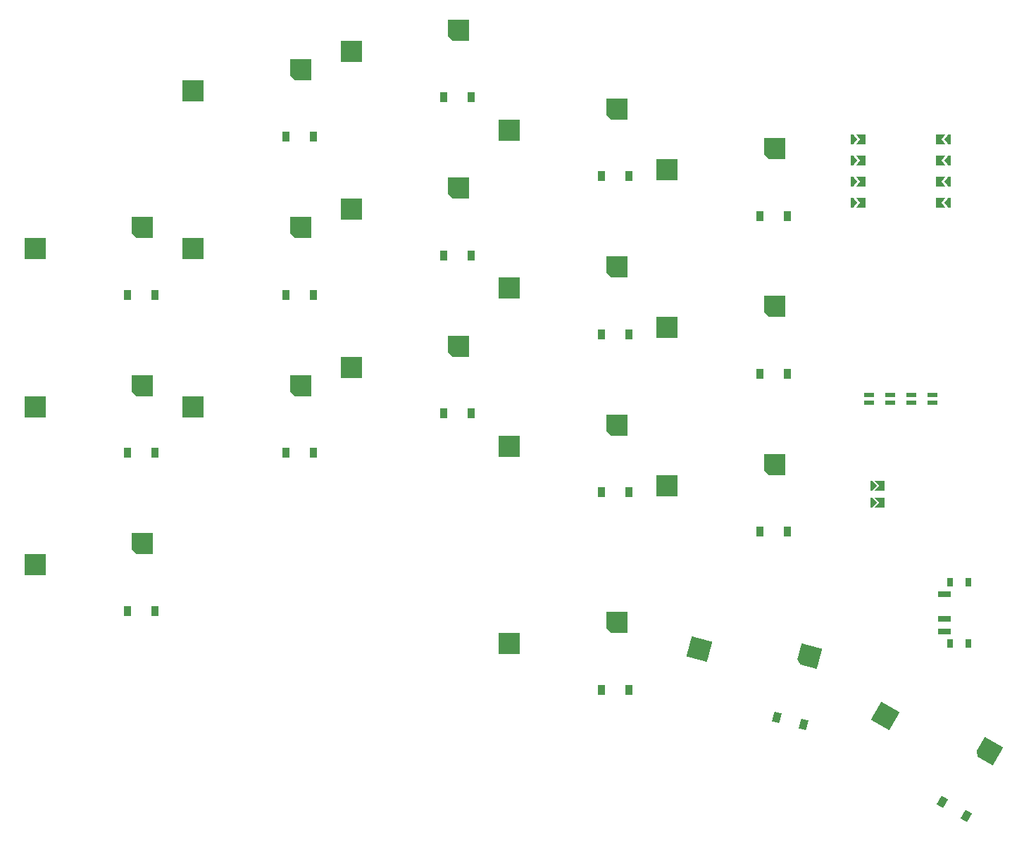
<source format=gbr>
%TF.GenerationSoftware,KiCad,Pcbnew,9.0.7*%
%TF.CreationDate,2026-01-26T01:07:56-05:00*%
%TF.ProjectId,v3,76332e6b-6963-4616-945f-706362585858,rev?*%
%TF.SameCoordinates,Original*%
%TF.FileFunction,Paste,Bot*%
%TF.FilePolarity,Positive*%
%FSLAX46Y46*%
G04 Gerber Fmt 4.6, Leading zero omitted, Abs format (unit mm)*
G04 Created by KiCad (PCBNEW 9.0.7) date 2026-01-26 01:07:56*
%MOMM*%
%LPD*%
G01*
G04 APERTURE LIST*
G04 Aperture macros list*
%AMRotRect*
0 Rectangle, with rotation*
0 The origin of the aperture is its center*
0 $1 length*
0 $2 width*
0 $3 Rotation angle, in degrees counterclockwise*
0 Add horizontal line*
21,1,$1,$2,0,0,$3*%
%AMOutline5P*
0 Free polygon, 5 corners , with rotation*
0 The origin of the aperture is its center*
0 number of corners: always 5*
0 $1 to $10 corner X, Y*
0 $11 Rotation angle, in degrees counterclockwise*
0 create outline with 5 corners*
4,1,5,$1,$2,$3,$4,$5,$6,$7,$8,$9,$10,$1,$2,$11*%
%AMOutline6P*
0 Free polygon, 6 corners , with rotation*
0 The origin of the aperture is its center*
0 number of corners: always 6*
0 $1 to $12 corner X, Y*
0 $13 Rotation angle, in degrees counterclockwise*
0 create outline with 6 corners*
4,1,6,$1,$2,$3,$4,$5,$6,$7,$8,$9,$10,$11,$12,$1,$2,$13*%
%AMOutline7P*
0 Free polygon, 7 corners , with rotation*
0 The origin of the aperture is its center*
0 number of corners: always 7*
0 $1 to $14 corner X, Y*
0 $15 Rotation angle, in degrees counterclockwise*
0 create outline with 7 corners*
4,1,7,$1,$2,$3,$4,$5,$6,$7,$8,$9,$10,$11,$12,$13,$14,$1,$2,$15*%
%AMOutline8P*
0 Free polygon, 8 corners , with rotation*
0 The origin of the aperture is its center*
0 number of corners: always 8*
0 $1 to $16 corner X, Y*
0 $17 Rotation angle, in degrees counterclockwise*
0 create outline with 8 corners*
4,1,8,$1,$2,$3,$4,$5,$6,$7,$8,$9,$10,$11,$12,$13,$14,$15,$16,$1,$2,$17*%
%AMFreePoly0*
4,1,6,0.600000,-1.000000,0.000000,-0.400000,-0.600000,-1.000000,-0.600000,0.250000,0.600000,0.250000,0.600000,-1.000000,0.600000,-1.000000,$1*%
%AMFreePoly1*
4,1,6,0.600000,-0.200000,0.600000,-0.400000,-0.600000,-0.400000,-0.600000,-0.200000,0.000000,0.400000,0.600000,-0.200000,0.600000,-0.200000,$1*%
%AMFreePoly2*
4,1,6,0.250000,0.000000,-0.250000,-0.625000,-0.500000,-0.625000,-0.500000,0.625000,-0.250000,0.625000,0.250000,0.000000,0.250000,0.000000,$1*%
%AMFreePoly3*
4,1,6,0.500000,-0.625000,-0.650000,-0.625000,-0.150000,0.000000,-0.650000,0.625000,0.500000,0.625000,0.500000,-0.625000,0.500000,-0.625000,$1*%
G04 Aperture macros list end*
%ADD10R,0.900000X1.200000*%
%ADD11RotRect,0.900000X1.200000X150.000000*%
%ADD12FreePoly0,270.000000*%
%ADD13FreePoly1,270.000000*%
%ADD14FreePoly2,180.000000*%
%ADD15FreePoly2,0.000000*%
%ADD16FreePoly3,0.000000*%
%ADD17FreePoly3,180.000000*%
%ADD18RotRect,0.900000X1.200000X165.000000*%
%ADD19R,1.200000X0.600000*%
%ADD20R,0.800000X1.000000*%
%ADD21R,1.500000X0.700000*%
%ADD22R,2.550000X2.500000*%
%ADD23Outline5P,-1.275000X1.250000X1.275000X1.250000X1.275000X-1.250000X-0.775000X-1.250000X-1.275000X-0.750000X0.000000*%
%ADD24RotRect,2.550000X2.500000X345.000000*%
%ADD25Outline5P,-1.275000X1.250000X1.275000X1.250000X1.275000X-1.250000X-0.775000X-1.250000X-1.275000X-0.750000X345.000000*%
%ADD26RotRect,2.550000X2.500000X330.000000*%
%ADD27Outline5P,-1.275000X1.250000X1.275000X1.250000X1.275000X-1.250000X-0.775000X-1.250000X-1.275000X-0.750000X330.000000*%
G04 APERTURE END LIST*
D10*
%TO.C,D8*%
X140050000Y-77150000D03*
X136750000Y-77150000D03*
%TD*%
%TO.C,D5*%
X121050000Y-81900000D03*
X117750000Y-81900000D03*
%TD*%
D11*
%TO.C,D18*%
X199565287Y-144548076D03*
X196707403Y-142898076D03*
%TD*%
D10*
%TO.C,D11*%
X159050000Y-86650000D03*
X155750000Y-86650000D03*
%TD*%
%TO.C,D13*%
X178050000Y-110400000D03*
X174750000Y-110400000D03*
%TD*%
%TO.C,D9*%
X140050000Y-58150000D03*
X136750000Y-58150000D03*
%TD*%
%TO.C,D12*%
X159050000Y-67650000D03*
X155750000Y-67650000D03*
%TD*%
D12*
%TO.C,JST1*%
X189516000Y-104900000D03*
X189516000Y-106900000D03*
D13*
X188500000Y-106900000D03*
X188500000Y-104900000D03*
%TD*%
D10*
%TO.C,D16*%
X159050000Y-129400000D03*
X155750000Y-129400000D03*
%TD*%
%TO.C,D6*%
X121050000Y-62900000D03*
X117750000Y-62900000D03*
%TD*%
D14*
%TO.C,MCU1*%
X197200000Y-63200000D03*
X197200000Y-65740000D03*
X197200000Y-68280000D03*
X197200000Y-70820000D03*
D15*
X186200000Y-70820000D03*
X186200000Y-68280000D03*
X186200000Y-65740000D03*
X186200000Y-63200000D03*
D16*
X186925000Y-63200000D03*
X186925000Y-65740000D03*
X186925000Y-68280000D03*
X186925000Y-70820000D03*
D17*
X196475000Y-70820000D03*
X196475000Y-68280000D03*
X196475000Y-65740000D03*
X196475000Y-63200000D03*
%TD*%
D10*
%TO.C,D3*%
X102050000Y-81900000D03*
X98750000Y-81900000D03*
%TD*%
%TO.C,D15*%
X178050000Y-72400000D03*
X174750000Y-72400000D03*
%TD*%
%TO.C,D1*%
X102050000Y-119900000D03*
X98750000Y-119900000D03*
%TD*%
D18*
%TO.C,D17*%
X180023098Y-133575096D03*
X176835542Y-132720996D03*
%TD*%
D10*
%TO.C,D2*%
X102050000Y-100900000D03*
X98750000Y-100900000D03*
%TD*%
%TO.C,D4*%
X121050000Y-100900000D03*
X117750000Y-100900000D03*
%TD*%
D19*
%TO.C,DISP1*%
X195510000Y-94850000D03*
X192970000Y-94850000D03*
X190430000Y-94850000D03*
X187890000Y-94850000D03*
X195510000Y-93950000D03*
X192970000Y-93950000D03*
X190430000Y-93950000D03*
X187890000Y-93950000D03*
%TD*%
D20*
%TO.C,PWR1*%
X197615000Y-116500000D03*
X197615000Y-123800000D03*
X199825000Y-116500000D03*
X199825000Y-123800000D03*
D21*
X196965000Y-117900000D03*
X196965000Y-120900000D03*
X196965000Y-122400000D03*
%TD*%
D10*
%TO.C,D10*%
X159050000Y-105650000D03*
X155750000Y-105650000D03*
%TD*%
%TO.C,D14*%
X178050000Y-91400000D03*
X174750000Y-91400000D03*
%TD*%
%TO.C,D7*%
X140050000Y-96150000D03*
X136750000Y-96150000D03*
%TD*%
D22*
%TO.C,S4*%
X106615000Y-95360000D03*
D23*
X119542000Y-92820000D03*
%TD*%
D22*
%TO.C,S8*%
X125615000Y-71610000D03*
D23*
X138542000Y-69070000D03*
%TD*%
D22*
%TO.C,S2*%
X87615000Y-95360000D03*
D23*
X100542000Y-92820000D03*
%TD*%
D22*
%TO.C,S3*%
X87615000Y-76360000D03*
D23*
X100542000Y-73820000D03*
%TD*%
D22*
%TO.C,S1*%
X87615000Y-114360000D03*
D23*
X100542000Y-111820000D03*
%TD*%
D22*
%TO.C,S12*%
X144615000Y-62110000D03*
D23*
X157542000Y-59570000D03*
%TD*%
D22*
%TO.C,S10*%
X144615000Y-100110000D03*
D23*
X157542000Y-97570000D03*
%TD*%
D22*
%TO.C,S15*%
X163615000Y-66860000D03*
D23*
X176542000Y-64320000D03*
%TD*%
D22*
%TO.C,S14*%
X163615000Y-85860000D03*
D23*
X176542000Y-83320000D03*
%TD*%
D22*
%TO.C,S11*%
X144615000Y-81110000D03*
D23*
X157542000Y-78570000D03*
%TD*%
D22*
%TO.C,S9*%
X125615000Y-52610000D03*
D23*
X138542000Y-50070000D03*
%TD*%
D22*
%TO.C,S7*%
X125615000Y-90610000D03*
D23*
X138542000Y-88070000D03*
%TD*%
D22*
%TO.C,S5*%
X106615000Y-76360000D03*
D23*
X119542000Y-73820000D03*
%TD*%
D22*
%TO.C,S6*%
X106615000Y-57360000D03*
D23*
X119542000Y-54820000D03*
%TD*%
D24*
%TO.C,S17*%
X167513816Y-124487815D03*
D25*
X180657739Y-125380118D03*
%TD*%
D22*
%TO.C,S16*%
X144615000Y-123860000D03*
D23*
X157542000Y-121320000D03*
%TD*%
D22*
%TO.C,S13*%
X163615000Y-104860000D03*
D23*
X176542000Y-102320000D03*
%TD*%
D26*
%TO.C,S18*%
X189834210Y-132532795D03*
D27*
X202299320Y-136796591D03*
%TD*%
M02*

</source>
